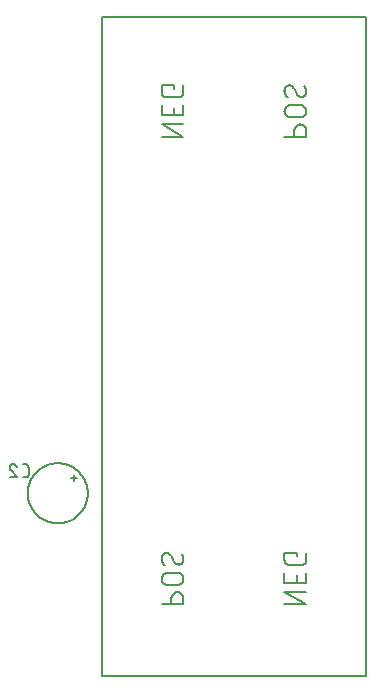
<source format=gbr>
G04 EAGLE Gerber RS-274X export*
G75*
%MOMM*%
%FSLAX34Y34*%
%LPD*%
%INSilkscreen Bottom*%
%IPPOS*%
%AMOC8*
5,1,8,0,0,1.08239X$1,22.5*%
G01*
%ADD10C,0.127000*%
%ADD11C,0.152400*%


D10*
X312000Y56250D02*
X312000Y613750D01*
X88000Y613750D01*
X88000Y56250D01*
X312000Y56250D01*
D11*
X261238Y512762D02*
X242762Y512762D01*
X261238Y512762D02*
X261238Y517894D01*
X261236Y518035D01*
X261230Y518177D01*
X261220Y518318D01*
X261207Y518459D01*
X261189Y518599D01*
X261168Y518739D01*
X261143Y518878D01*
X261114Y519016D01*
X261081Y519154D01*
X261044Y519290D01*
X261004Y519426D01*
X260960Y519560D01*
X260912Y519693D01*
X260861Y519825D01*
X260806Y519956D01*
X260747Y520084D01*
X260685Y520211D01*
X260619Y520337D01*
X260550Y520460D01*
X260478Y520581D01*
X260402Y520701D01*
X260323Y520818D01*
X260241Y520933D01*
X260156Y521046D01*
X260067Y521157D01*
X259976Y521264D01*
X259882Y521370D01*
X259785Y521473D01*
X259685Y521573D01*
X259582Y521670D01*
X259476Y521764D01*
X259369Y521855D01*
X259258Y521944D01*
X259145Y522029D01*
X259030Y522111D01*
X258913Y522190D01*
X258793Y522266D01*
X258672Y522338D01*
X258549Y522407D01*
X258423Y522473D01*
X258296Y522535D01*
X258168Y522594D01*
X258037Y522649D01*
X257905Y522700D01*
X257772Y522748D01*
X257638Y522792D01*
X257502Y522832D01*
X257366Y522869D01*
X257228Y522902D01*
X257090Y522931D01*
X256951Y522956D01*
X256811Y522977D01*
X256671Y522995D01*
X256530Y523008D01*
X256389Y523018D01*
X256247Y523024D01*
X256106Y523026D01*
X255965Y523024D01*
X255823Y523018D01*
X255682Y523008D01*
X255541Y522995D01*
X255401Y522977D01*
X255261Y522956D01*
X255122Y522931D01*
X254984Y522902D01*
X254846Y522869D01*
X254710Y522832D01*
X254574Y522792D01*
X254440Y522748D01*
X254307Y522700D01*
X254175Y522649D01*
X254044Y522594D01*
X253916Y522535D01*
X253789Y522473D01*
X253663Y522407D01*
X253540Y522338D01*
X253419Y522266D01*
X253299Y522190D01*
X253182Y522111D01*
X253067Y522029D01*
X252954Y521944D01*
X252843Y521855D01*
X252736Y521764D01*
X252630Y521670D01*
X252527Y521573D01*
X252427Y521473D01*
X252330Y521370D01*
X252236Y521264D01*
X252145Y521157D01*
X252056Y521046D01*
X251971Y520933D01*
X251889Y520818D01*
X251810Y520701D01*
X251734Y520581D01*
X251662Y520460D01*
X251593Y520337D01*
X251527Y520211D01*
X251465Y520084D01*
X251406Y519956D01*
X251351Y519825D01*
X251300Y519693D01*
X251252Y519560D01*
X251208Y519426D01*
X251168Y519290D01*
X251131Y519154D01*
X251098Y519016D01*
X251069Y518878D01*
X251044Y518739D01*
X251023Y518599D01*
X251005Y518459D01*
X250992Y518318D01*
X250982Y518177D01*
X250976Y518035D01*
X250974Y517894D01*
X250974Y512762D01*
X247894Y529248D02*
X256106Y529248D01*
X256247Y529250D01*
X256389Y529256D01*
X256530Y529266D01*
X256671Y529279D01*
X256811Y529297D01*
X256951Y529318D01*
X257090Y529343D01*
X257228Y529372D01*
X257366Y529405D01*
X257502Y529442D01*
X257638Y529482D01*
X257772Y529526D01*
X257905Y529574D01*
X258037Y529625D01*
X258168Y529680D01*
X258296Y529739D01*
X258423Y529801D01*
X258549Y529867D01*
X258672Y529936D01*
X258793Y530008D01*
X258913Y530084D01*
X259030Y530163D01*
X259145Y530245D01*
X259258Y530330D01*
X259369Y530419D01*
X259476Y530510D01*
X259582Y530604D01*
X259685Y530701D01*
X259785Y530801D01*
X259882Y530904D01*
X259976Y531010D01*
X260067Y531117D01*
X260156Y531228D01*
X260241Y531341D01*
X260323Y531456D01*
X260402Y531573D01*
X260478Y531693D01*
X260550Y531814D01*
X260619Y531937D01*
X260685Y532063D01*
X260747Y532190D01*
X260806Y532318D01*
X260861Y532449D01*
X260912Y532581D01*
X260960Y532714D01*
X261004Y532848D01*
X261044Y532984D01*
X261081Y533120D01*
X261114Y533258D01*
X261143Y533396D01*
X261168Y533535D01*
X261189Y533675D01*
X261207Y533815D01*
X261220Y533956D01*
X261230Y534097D01*
X261236Y534239D01*
X261238Y534380D01*
X261236Y534521D01*
X261230Y534663D01*
X261220Y534804D01*
X261207Y534945D01*
X261189Y535085D01*
X261168Y535225D01*
X261143Y535364D01*
X261114Y535502D01*
X261081Y535640D01*
X261044Y535776D01*
X261004Y535912D01*
X260960Y536046D01*
X260912Y536179D01*
X260861Y536311D01*
X260806Y536442D01*
X260747Y536570D01*
X260685Y536697D01*
X260619Y536823D01*
X260550Y536946D01*
X260478Y537067D01*
X260402Y537187D01*
X260323Y537304D01*
X260241Y537419D01*
X260156Y537532D01*
X260067Y537643D01*
X259976Y537750D01*
X259882Y537856D01*
X259785Y537959D01*
X259685Y538059D01*
X259582Y538156D01*
X259476Y538250D01*
X259369Y538341D01*
X259258Y538430D01*
X259145Y538515D01*
X259030Y538597D01*
X258913Y538676D01*
X258793Y538752D01*
X258672Y538824D01*
X258549Y538893D01*
X258423Y538959D01*
X258296Y539021D01*
X258168Y539080D01*
X258037Y539135D01*
X257905Y539186D01*
X257772Y539234D01*
X257638Y539278D01*
X257502Y539318D01*
X257366Y539355D01*
X257228Y539388D01*
X257090Y539417D01*
X256951Y539442D01*
X256811Y539463D01*
X256671Y539481D01*
X256530Y539494D01*
X256389Y539504D01*
X256247Y539510D01*
X256106Y539512D01*
X247894Y539512D01*
X247753Y539510D01*
X247611Y539504D01*
X247470Y539494D01*
X247329Y539481D01*
X247189Y539463D01*
X247049Y539442D01*
X246910Y539417D01*
X246772Y539388D01*
X246634Y539355D01*
X246498Y539318D01*
X246362Y539278D01*
X246228Y539234D01*
X246095Y539186D01*
X245963Y539135D01*
X245832Y539080D01*
X245704Y539021D01*
X245577Y538959D01*
X245451Y538893D01*
X245328Y538824D01*
X245207Y538752D01*
X245087Y538676D01*
X244970Y538597D01*
X244855Y538515D01*
X244742Y538430D01*
X244631Y538341D01*
X244524Y538250D01*
X244418Y538156D01*
X244315Y538059D01*
X244215Y537959D01*
X244118Y537856D01*
X244024Y537750D01*
X243933Y537643D01*
X243844Y537532D01*
X243759Y537419D01*
X243677Y537304D01*
X243598Y537187D01*
X243522Y537067D01*
X243450Y536946D01*
X243381Y536823D01*
X243315Y536697D01*
X243253Y536570D01*
X243194Y536442D01*
X243139Y536311D01*
X243088Y536179D01*
X243040Y536046D01*
X242996Y535912D01*
X242956Y535776D01*
X242919Y535640D01*
X242886Y535502D01*
X242857Y535364D01*
X242832Y535225D01*
X242811Y535085D01*
X242793Y534945D01*
X242780Y534804D01*
X242770Y534663D01*
X242764Y534521D01*
X242762Y534380D01*
X242764Y534239D01*
X242770Y534097D01*
X242780Y533956D01*
X242793Y533815D01*
X242811Y533675D01*
X242832Y533535D01*
X242857Y533396D01*
X242886Y533258D01*
X242919Y533120D01*
X242956Y532984D01*
X242996Y532848D01*
X243040Y532714D01*
X243088Y532581D01*
X243139Y532449D01*
X243194Y532318D01*
X243253Y532190D01*
X243315Y532063D01*
X243381Y531937D01*
X243450Y531814D01*
X243522Y531693D01*
X243598Y531573D01*
X243677Y531456D01*
X243759Y531341D01*
X243844Y531228D01*
X243933Y531117D01*
X244024Y531010D01*
X244118Y530904D01*
X244215Y530801D01*
X244315Y530701D01*
X244418Y530604D01*
X244524Y530510D01*
X244631Y530419D01*
X244742Y530330D01*
X244855Y530245D01*
X244970Y530163D01*
X245087Y530084D01*
X245207Y530008D01*
X245328Y529936D01*
X245451Y529867D01*
X245577Y529801D01*
X245704Y529739D01*
X245832Y529680D01*
X245963Y529625D01*
X246095Y529574D01*
X246228Y529526D01*
X246362Y529482D01*
X246498Y529442D01*
X246634Y529405D01*
X246772Y529372D01*
X246910Y529343D01*
X247049Y529318D01*
X247189Y529297D01*
X247329Y529279D01*
X247470Y529266D01*
X247611Y529256D01*
X247753Y529250D01*
X247894Y529248D01*
X242762Y552081D02*
X242764Y552207D01*
X242770Y552334D01*
X242780Y552460D01*
X242793Y552586D01*
X242811Y552711D01*
X242832Y552835D01*
X242857Y552959D01*
X242886Y553083D01*
X242919Y553205D01*
X242955Y553326D01*
X242995Y553446D01*
X243039Y553564D01*
X243087Y553681D01*
X243138Y553797D01*
X243192Y553911D01*
X243251Y554024D01*
X243312Y554134D01*
X243377Y554243D01*
X243445Y554349D01*
X243517Y554453D01*
X243591Y554555D01*
X243669Y554655D01*
X243750Y554752D01*
X243834Y554847D01*
X243920Y554939D01*
X244010Y555029D01*
X244102Y555115D01*
X244197Y555199D01*
X244294Y555280D01*
X244394Y555358D01*
X244496Y555432D01*
X244600Y555504D01*
X244706Y555572D01*
X244815Y555637D01*
X244925Y555698D01*
X245038Y555757D01*
X245152Y555811D01*
X245268Y555862D01*
X245385Y555910D01*
X245503Y555954D01*
X245623Y555994D01*
X245744Y556030D01*
X245866Y556063D01*
X245990Y556092D01*
X246114Y556117D01*
X246238Y556138D01*
X246363Y556156D01*
X246489Y556169D01*
X246615Y556179D01*
X246742Y556185D01*
X246868Y556187D01*
X242762Y552081D02*
X242764Y551873D01*
X242772Y551666D01*
X242784Y551459D01*
X242802Y551252D01*
X242824Y551046D01*
X242851Y550840D01*
X242883Y550635D01*
X242920Y550431D01*
X242962Y550228D01*
X243009Y550025D01*
X243061Y549824D01*
X243117Y549625D01*
X243178Y549426D01*
X243244Y549229D01*
X243315Y549034D01*
X243390Y548841D01*
X243470Y548649D01*
X243554Y548460D01*
X243643Y548272D01*
X243736Y548087D01*
X243834Y547904D01*
X243936Y547723D01*
X244043Y547545D01*
X244153Y547369D01*
X244268Y547196D01*
X244387Y547026D01*
X244510Y546859D01*
X244637Y546695D01*
X244768Y546534D01*
X244902Y546376D01*
X245041Y546221D01*
X245183Y546070D01*
X245328Y545922D01*
X257132Y546436D02*
X257258Y546438D01*
X257385Y546444D01*
X257511Y546454D01*
X257637Y546467D01*
X257762Y546485D01*
X257886Y546506D01*
X258010Y546531D01*
X258134Y546560D01*
X258256Y546593D01*
X258377Y546629D01*
X258497Y546669D01*
X258615Y546713D01*
X258732Y546761D01*
X258848Y546812D01*
X258962Y546866D01*
X259075Y546925D01*
X259185Y546986D01*
X259294Y547051D01*
X259400Y547119D01*
X259504Y547191D01*
X259606Y547265D01*
X259706Y547343D01*
X259803Y547424D01*
X259898Y547508D01*
X259990Y547594D01*
X260080Y547684D01*
X260166Y547776D01*
X260250Y547871D01*
X260331Y547968D01*
X260409Y548068D01*
X260483Y548170D01*
X260555Y548274D01*
X260623Y548380D01*
X260688Y548489D01*
X260749Y548599D01*
X260808Y548712D01*
X260862Y548826D01*
X260913Y548942D01*
X260961Y549059D01*
X261005Y549177D01*
X261045Y549297D01*
X261081Y549418D01*
X261114Y549541D01*
X261143Y549664D01*
X261168Y549788D01*
X261189Y549912D01*
X261207Y550037D01*
X261220Y550163D01*
X261230Y550289D01*
X261236Y550416D01*
X261238Y550542D01*
X261238Y550541D02*
X261236Y550725D01*
X261229Y550908D01*
X261218Y551091D01*
X261203Y551274D01*
X261183Y551456D01*
X261159Y551638D01*
X261131Y551819D01*
X261098Y552000D01*
X261062Y552180D01*
X261020Y552358D01*
X260975Y552536D01*
X260925Y552713D01*
X260871Y552888D01*
X260813Y553062D01*
X260751Y553235D01*
X260685Y553406D01*
X260615Y553575D01*
X260540Y553743D01*
X260462Y553909D01*
X260380Y554073D01*
X260294Y554235D01*
X260204Y554395D01*
X260110Y554553D01*
X260013Y554708D01*
X259911Y554861D01*
X259807Y555012D01*
X259698Y555160D01*
X253539Y548489D02*
X253606Y548380D01*
X253675Y548274D01*
X253748Y548169D01*
X253824Y548067D01*
X253903Y547967D01*
X253985Y547870D01*
X254070Y547775D01*
X254158Y547683D01*
X254249Y547593D01*
X254342Y547507D01*
X254438Y547423D01*
X254537Y547342D01*
X254637Y547264D01*
X254741Y547190D01*
X254846Y547118D01*
X254954Y547050D01*
X255063Y546985D01*
X255175Y546924D01*
X255288Y546866D01*
X255403Y546811D01*
X255520Y546760D01*
X255638Y546713D01*
X255757Y546669D01*
X255878Y546629D01*
X256000Y546593D01*
X256123Y546560D01*
X256247Y546531D01*
X256372Y546506D01*
X256498Y546485D01*
X256624Y546467D01*
X256751Y546453D01*
X256877Y546444D01*
X257005Y546438D01*
X257132Y546436D01*
X250461Y554134D02*
X250394Y554243D01*
X250325Y554349D01*
X250252Y554454D01*
X250176Y554556D01*
X250097Y554656D01*
X250015Y554753D01*
X249930Y554848D01*
X249842Y554940D01*
X249751Y555030D01*
X249658Y555116D01*
X249562Y555200D01*
X249464Y555281D01*
X249363Y555358D01*
X249259Y555433D01*
X249154Y555505D01*
X249046Y555573D01*
X248937Y555638D01*
X248825Y555699D01*
X248712Y555757D01*
X248597Y555812D01*
X248480Y555863D01*
X248362Y555910D01*
X248243Y555954D01*
X248122Y555994D01*
X248000Y556030D01*
X247877Y556063D01*
X247753Y556092D01*
X247628Y556117D01*
X247502Y556138D01*
X247376Y556156D01*
X247249Y556170D01*
X247123Y556179D01*
X246995Y556185D01*
X246868Y556187D01*
X250460Y554134D02*
X253540Y548489D01*
X157238Y116762D02*
X138762Y116762D01*
X157238Y116762D02*
X157238Y121894D01*
X157236Y122035D01*
X157230Y122177D01*
X157220Y122318D01*
X157207Y122459D01*
X157189Y122599D01*
X157168Y122739D01*
X157143Y122878D01*
X157114Y123016D01*
X157081Y123154D01*
X157044Y123290D01*
X157004Y123426D01*
X156960Y123560D01*
X156912Y123693D01*
X156861Y123825D01*
X156806Y123956D01*
X156747Y124084D01*
X156685Y124211D01*
X156619Y124337D01*
X156550Y124460D01*
X156478Y124581D01*
X156402Y124701D01*
X156323Y124818D01*
X156241Y124933D01*
X156156Y125046D01*
X156067Y125157D01*
X155976Y125264D01*
X155882Y125370D01*
X155785Y125473D01*
X155685Y125573D01*
X155582Y125670D01*
X155476Y125764D01*
X155369Y125855D01*
X155258Y125944D01*
X155145Y126029D01*
X155030Y126111D01*
X154913Y126190D01*
X154793Y126266D01*
X154672Y126338D01*
X154549Y126407D01*
X154423Y126473D01*
X154296Y126535D01*
X154168Y126594D01*
X154037Y126649D01*
X153905Y126700D01*
X153772Y126748D01*
X153638Y126792D01*
X153502Y126832D01*
X153366Y126869D01*
X153228Y126902D01*
X153090Y126931D01*
X152951Y126956D01*
X152811Y126977D01*
X152671Y126995D01*
X152530Y127008D01*
X152389Y127018D01*
X152247Y127024D01*
X152106Y127026D01*
X151965Y127024D01*
X151823Y127018D01*
X151682Y127008D01*
X151541Y126995D01*
X151401Y126977D01*
X151261Y126956D01*
X151122Y126931D01*
X150984Y126902D01*
X150846Y126869D01*
X150710Y126832D01*
X150574Y126792D01*
X150440Y126748D01*
X150307Y126700D01*
X150175Y126649D01*
X150044Y126594D01*
X149916Y126535D01*
X149789Y126473D01*
X149663Y126407D01*
X149540Y126338D01*
X149419Y126266D01*
X149299Y126190D01*
X149182Y126111D01*
X149067Y126029D01*
X148954Y125944D01*
X148843Y125855D01*
X148736Y125764D01*
X148630Y125670D01*
X148527Y125573D01*
X148427Y125473D01*
X148330Y125370D01*
X148236Y125264D01*
X148145Y125157D01*
X148056Y125046D01*
X147971Y124933D01*
X147889Y124818D01*
X147810Y124701D01*
X147734Y124581D01*
X147662Y124460D01*
X147593Y124337D01*
X147527Y124211D01*
X147465Y124084D01*
X147406Y123956D01*
X147351Y123825D01*
X147300Y123693D01*
X147252Y123560D01*
X147208Y123426D01*
X147168Y123290D01*
X147131Y123154D01*
X147098Y123016D01*
X147069Y122878D01*
X147044Y122739D01*
X147023Y122599D01*
X147005Y122459D01*
X146992Y122318D01*
X146982Y122177D01*
X146976Y122035D01*
X146974Y121894D01*
X146974Y116762D01*
X143894Y133248D02*
X152106Y133248D01*
X152247Y133250D01*
X152389Y133256D01*
X152530Y133266D01*
X152671Y133279D01*
X152811Y133297D01*
X152951Y133318D01*
X153090Y133343D01*
X153228Y133372D01*
X153366Y133405D01*
X153502Y133442D01*
X153638Y133482D01*
X153772Y133526D01*
X153905Y133574D01*
X154037Y133625D01*
X154168Y133680D01*
X154296Y133739D01*
X154423Y133801D01*
X154549Y133867D01*
X154672Y133936D01*
X154793Y134008D01*
X154913Y134084D01*
X155030Y134163D01*
X155145Y134245D01*
X155258Y134330D01*
X155369Y134419D01*
X155476Y134510D01*
X155582Y134604D01*
X155685Y134701D01*
X155785Y134801D01*
X155882Y134904D01*
X155976Y135010D01*
X156067Y135117D01*
X156156Y135228D01*
X156241Y135341D01*
X156323Y135456D01*
X156402Y135573D01*
X156478Y135693D01*
X156550Y135814D01*
X156619Y135937D01*
X156685Y136063D01*
X156747Y136190D01*
X156806Y136318D01*
X156861Y136449D01*
X156912Y136581D01*
X156960Y136714D01*
X157004Y136848D01*
X157044Y136984D01*
X157081Y137120D01*
X157114Y137258D01*
X157143Y137396D01*
X157168Y137535D01*
X157189Y137675D01*
X157207Y137815D01*
X157220Y137956D01*
X157230Y138097D01*
X157236Y138239D01*
X157238Y138380D01*
X157236Y138521D01*
X157230Y138663D01*
X157220Y138804D01*
X157207Y138945D01*
X157189Y139085D01*
X157168Y139225D01*
X157143Y139364D01*
X157114Y139502D01*
X157081Y139640D01*
X157044Y139776D01*
X157004Y139912D01*
X156960Y140046D01*
X156912Y140179D01*
X156861Y140311D01*
X156806Y140442D01*
X156747Y140570D01*
X156685Y140697D01*
X156619Y140823D01*
X156550Y140946D01*
X156478Y141067D01*
X156402Y141187D01*
X156323Y141304D01*
X156241Y141419D01*
X156156Y141532D01*
X156067Y141643D01*
X155976Y141750D01*
X155882Y141856D01*
X155785Y141959D01*
X155685Y142059D01*
X155582Y142156D01*
X155476Y142250D01*
X155369Y142341D01*
X155258Y142430D01*
X155145Y142515D01*
X155030Y142597D01*
X154913Y142676D01*
X154793Y142752D01*
X154672Y142824D01*
X154549Y142893D01*
X154423Y142959D01*
X154296Y143021D01*
X154168Y143080D01*
X154037Y143135D01*
X153905Y143186D01*
X153772Y143234D01*
X153638Y143278D01*
X153502Y143318D01*
X153366Y143355D01*
X153228Y143388D01*
X153090Y143417D01*
X152951Y143442D01*
X152811Y143463D01*
X152671Y143481D01*
X152530Y143494D01*
X152389Y143504D01*
X152247Y143510D01*
X152106Y143512D01*
X143894Y143512D01*
X143753Y143510D01*
X143611Y143504D01*
X143470Y143494D01*
X143329Y143481D01*
X143189Y143463D01*
X143049Y143442D01*
X142910Y143417D01*
X142772Y143388D01*
X142634Y143355D01*
X142498Y143318D01*
X142362Y143278D01*
X142228Y143234D01*
X142095Y143186D01*
X141963Y143135D01*
X141832Y143080D01*
X141704Y143021D01*
X141577Y142959D01*
X141451Y142893D01*
X141328Y142824D01*
X141207Y142752D01*
X141087Y142676D01*
X140970Y142597D01*
X140855Y142515D01*
X140742Y142430D01*
X140631Y142341D01*
X140524Y142250D01*
X140418Y142156D01*
X140315Y142059D01*
X140215Y141959D01*
X140118Y141856D01*
X140024Y141750D01*
X139933Y141643D01*
X139844Y141532D01*
X139759Y141419D01*
X139677Y141304D01*
X139598Y141187D01*
X139522Y141067D01*
X139450Y140946D01*
X139381Y140823D01*
X139315Y140697D01*
X139253Y140570D01*
X139194Y140442D01*
X139139Y140311D01*
X139088Y140179D01*
X139040Y140046D01*
X138996Y139912D01*
X138956Y139776D01*
X138919Y139640D01*
X138886Y139502D01*
X138857Y139364D01*
X138832Y139225D01*
X138811Y139085D01*
X138793Y138945D01*
X138780Y138804D01*
X138770Y138663D01*
X138764Y138521D01*
X138762Y138380D01*
X138764Y138239D01*
X138770Y138097D01*
X138780Y137956D01*
X138793Y137815D01*
X138811Y137675D01*
X138832Y137535D01*
X138857Y137396D01*
X138886Y137258D01*
X138919Y137120D01*
X138956Y136984D01*
X138996Y136848D01*
X139040Y136714D01*
X139088Y136581D01*
X139139Y136449D01*
X139194Y136318D01*
X139253Y136190D01*
X139315Y136063D01*
X139381Y135937D01*
X139450Y135814D01*
X139522Y135693D01*
X139598Y135573D01*
X139677Y135456D01*
X139759Y135341D01*
X139844Y135228D01*
X139933Y135117D01*
X140024Y135010D01*
X140118Y134904D01*
X140215Y134801D01*
X140315Y134701D01*
X140418Y134604D01*
X140524Y134510D01*
X140631Y134419D01*
X140742Y134330D01*
X140855Y134245D01*
X140970Y134163D01*
X141087Y134084D01*
X141207Y134008D01*
X141328Y133936D01*
X141451Y133867D01*
X141577Y133801D01*
X141704Y133739D01*
X141832Y133680D01*
X141963Y133625D01*
X142095Y133574D01*
X142228Y133526D01*
X142362Y133482D01*
X142498Y133442D01*
X142634Y133405D01*
X142772Y133372D01*
X142910Y133343D01*
X143049Y133318D01*
X143189Y133297D01*
X143329Y133279D01*
X143470Y133266D01*
X143611Y133256D01*
X143753Y133250D01*
X143894Y133248D01*
X138762Y156081D02*
X138764Y156207D01*
X138770Y156334D01*
X138780Y156460D01*
X138793Y156586D01*
X138811Y156711D01*
X138832Y156835D01*
X138857Y156959D01*
X138886Y157083D01*
X138919Y157205D01*
X138955Y157326D01*
X138995Y157446D01*
X139039Y157564D01*
X139087Y157681D01*
X139138Y157797D01*
X139192Y157911D01*
X139251Y158024D01*
X139312Y158134D01*
X139377Y158243D01*
X139445Y158349D01*
X139517Y158453D01*
X139591Y158555D01*
X139669Y158655D01*
X139750Y158752D01*
X139834Y158847D01*
X139920Y158939D01*
X140010Y159029D01*
X140102Y159115D01*
X140197Y159199D01*
X140294Y159280D01*
X140394Y159358D01*
X140496Y159432D01*
X140600Y159504D01*
X140706Y159572D01*
X140815Y159637D01*
X140925Y159698D01*
X141038Y159757D01*
X141152Y159811D01*
X141268Y159862D01*
X141385Y159910D01*
X141503Y159954D01*
X141623Y159994D01*
X141744Y160030D01*
X141866Y160063D01*
X141990Y160092D01*
X142114Y160117D01*
X142238Y160138D01*
X142363Y160156D01*
X142489Y160169D01*
X142615Y160179D01*
X142742Y160185D01*
X142868Y160187D01*
X138762Y156081D02*
X138764Y155873D01*
X138772Y155666D01*
X138784Y155459D01*
X138802Y155252D01*
X138824Y155046D01*
X138851Y154840D01*
X138883Y154635D01*
X138920Y154431D01*
X138962Y154228D01*
X139009Y154025D01*
X139061Y153824D01*
X139117Y153625D01*
X139178Y153426D01*
X139244Y153229D01*
X139315Y153034D01*
X139390Y152841D01*
X139470Y152649D01*
X139554Y152460D01*
X139643Y152272D01*
X139736Y152087D01*
X139834Y151904D01*
X139936Y151723D01*
X140043Y151545D01*
X140153Y151369D01*
X140268Y151196D01*
X140387Y151026D01*
X140510Y150859D01*
X140637Y150695D01*
X140768Y150534D01*
X140902Y150376D01*
X141041Y150221D01*
X141183Y150070D01*
X141328Y149922D01*
X153132Y150436D02*
X153258Y150438D01*
X153385Y150444D01*
X153511Y150454D01*
X153637Y150467D01*
X153762Y150485D01*
X153886Y150506D01*
X154010Y150531D01*
X154134Y150560D01*
X154256Y150593D01*
X154377Y150629D01*
X154497Y150669D01*
X154615Y150713D01*
X154732Y150761D01*
X154848Y150812D01*
X154962Y150866D01*
X155075Y150925D01*
X155185Y150986D01*
X155294Y151051D01*
X155400Y151119D01*
X155504Y151191D01*
X155606Y151265D01*
X155706Y151343D01*
X155803Y151424D01*
X155898Y151508D01*
X155990Y151594D01*
X156080Y151684D01*
X156166Y151776D01*
X156250Y151871D01*
X156331Y151968D01*
X156409Y152068D01*
X156483Y152170D01*
X156555Y152274D01*
X156623Y152380D01*
X156688Y152489D01*
X156749Y152599D01*
X156808Y152712D01*
X156862Y152826D01*
X156913Y152942D01*
X156961Y153059D01*
X157005Y153177D01*
X157045Y153297D01*
X157081Y153418D01*
X157114Y153541D01*
X157143Y153664D01*
X157168Y153788D01*
X157189Y153912D01*
X157207Y154037D01*
X157220Y154163D01*
X157230Y154289D01*
X157236Y154416D01*
X157238Y154542D01*
X157238Y154541D02*
X157236Y154725D01*
X157229Y154908D01*
X157218Y155091D01*
X157203Y155274D01*
X157183Y155456D01*
X157159Y155638D01*
X157131Y155819D01*
X157098Y156000D01*
X157062Y156180D01*
X157020Y156358D01*
X156975Y156536D01*
X156925Y156713D01*
X156871Y156888D01*
X156813Y157062D01*
X156751Y157235D01*
X156685Y157406D01*
X156615Y157575D01*
X156540Y157743D01*
X156462Y157909D01*
X156380Y158073D01*
X156294Y158235D01*
X156204Y158395D01*
X156110Y158553D01*
X156013Y158708D01*
X155911Y158861D01*
X155807Y159012D01*
X155698Y159160D01*
X149539Y152489D02*
X149606Y152380D01*
X149675Y152274D01*
X149748Y152169D01*
X149824Y152067D01*
X149903Y151967D01*
X149985Y151870D01*
X150070Y151775D01*
X150158Y151683D01*
X150249Y151593D01*
X150342Y151507D01*
X150438Y151423D01*
X150537Y151342D01*
X150637Y151264D01*
X150741Y151190D01*
X150846Y151118D01*
X150954Y151050D01*
X151063Y150985D01*
X151175Y150924D01*
X151288Y150866D01*
X151403Y150811D01*
X151520Y150760D01*
X151638Y150713D01*
X151757Y150669D01*
X151878Y150629D01*
X152000Y150593D01*
X152123Y150560D01*
X152247Y150531D01*
X152372Y150506D01*
X152498Y150485D01*
X152624Y150467D01*
X152751Y150453D01*
X152877Y150444D01*
X153005Y150438D01*
X153132Y150436D01*
X146461Y158134D02*
X146394Y158243D01*
X146325Y158349D01*
X146252Y158454D01*
X146176Y158556D01*
X146097Y158656D01*
X146015Y158753D01*
X145930Y158848D01*
X145842Y158940D01*
X145751Y159030D01*
X145658Y159116D01*
X145562Y159200D01*
X145464Y159281D01*
X145363Y159358D01*
X145259Y159433D01*
X145154Y159505D01*
X145046Y159573D01*
X144937Y159638D01*
X144825Y159699D01*
X144712Y159757D01*
X144597Y159812D01*
X144480Y159863D01*
X144362Y159910D01*
X144243Y159954D01*
X144122Y159994D01*
X144000Y160030D01*
X143877Y160063D01*
X143753Y160092D01*
X143628Y160117D01*
X143502Y160138D01*
X143376Y160156D01*
X143249Y160170D01*
X143123Y160179D01*
X142995Y160185D01*
X142868Y160187D01*
X146460Y158134D02*
X149540Y152489D01*
X242762Y116762D02*
X261238Y116762D01*
X242762Y127026D01*
X261238Y127026D01*
X242762Y135190D02*
X242762Y143402D01*
X242762Y135190D02*
X261238Y135190D01*
X261238Y143402D01*
X253026Y141349D02*
X253026Y135190D01*
X253026Y157297D02*
X253026Y160376D01*
X242762Y160376D01*
X242762Y154218D01*
X242764Y154092D01*
X242770Y153965D01*
X242780Y153839D01*
X242793Y153713D01*
X242811Y153588D01*
X242832Y153464D01*
X242857Y153340D01*
X242886Y153216D01*
X242919Y153094D01*
X242955Y152973D01*
X242995Y152853D01*
X243039Y152735D01*
X243087Y152618D01*
X243138Y152502D01*
X243192Y152388D01*
X243251Y152275D01*
X243312Y152165D01*
X243377Y152056D01*
X243445Y151950D01*
X243517Y151846D01*
X243591Y151744D01*
X243669Y151644D01*
X243750Y151547D01*
X243834Y151452D01*
X243920Y151360D01*
X244010Y151270D01*
X244102Y151184D01*
X244197Y151100D01*
X244294Y151019D01*
X244394Y150941D01*
X244496Y150867D01*
X244600Y150795D01*
X244706Y150727D01*
X244815Y150662D01*
X244925Y150601D01*
X245038Y150542D01*
X245152Y150488D01*
X245268Y150437D01*
X245385Y150389D01*
X245503Y150345D01*
X245623Y150305D01*
X245744Y150269D01*
X245866Y150236D01*
X245990Y150207D01*
X246114Y150182D01*
X246238Y150161D01*
X246363Y150143D01*
X246489Y150130D01*
X246615Y150120D01*
X246742Y150114D01*
X246868Y150112D01*
X257132Y150112D01*
X257258Y150114D01*
X257385Y150120D01*
X257511Y150130D01*
X257637Y150143D01*
X257762Y150161D01*
X257886Y150182D01*
X258010Y150207D01*
X258134Y150236D01*
X258256Y150269D01*
X258377Y150305D01*
X258497Y150345D01*
X258615Y150389D01*
X258732Y150437D01*
X258848Y150488D01*
X258962Y150542D01*
X259075Y150601D01*
X259185Y150662D01*
X259294Y150727D01*
X259400Y150795D01*
X259504Y150867D01*
X259606Y150941D01*
X259706Y151019D01*
X259803Y151100D01*
X259898Y151184D01*
X259990Y151270D01*
X260080Y151360D01*
X260166Y151452D01*
X260250Y151547D01*
X260331Y151644D01*
X260409Y151744D01*
X260483Y151846D01*
X260555Y151950D01*
X260623Y152056D01*
X260688Y152165D01*
X260749Y152275D01*
X260808Y152388D01*
X260862Y152502D01*
X260913Y152618D01*
X260961Y152735D01*
X261005Y152853D01*
X261045Y152973D01*
X261081Y153094D01*
X261114Y153216D01*
X261143Y153340D01*
X261168Y153463D01*
X261189Y153588D01*
X261207Y153713D01*
X261220Y153839D01*
X261230Y153965D01*
X261236Y154092D01*
X261238Y154218D01*
X261238Y160376D01*
X157238Y512762D02*
X138762Y512762D01*
X138762Y523026D02*
X157238Y512762D01*
X157238Y523026D02*
X138762Y523026D01*
X138762Y531190D02*
X138762Y539402D01*
X138762Y531190D02*
X157238Y531190D01*
X157238Y539402D01*
X149026Y537349D02*
X149026Y531190D01*
X149026Y553297D02*
X149026Y556376D01*
X138762Y556376D01*
X138762Y550218D01*
X138764Y550092D01*
X138770Y549965D01*
X138780Y549839D01*
X138793Y549713D01*
X138811Y549588D01*
X138832Y549464D01*
X138857Y549340D01*
X138886Y549216D01*
X138919Y549094D01*
X138955Y548973D01*
X138995Y548853D01*
X139039Y548735D01*
X139087Y548618D01*
X139138Y548502D01*
X139192Y548388D01*
X139251Y548275D01*
X139312Y548165D01*
X139377Y548056D01*
X139445Y547950D01*
X139517Y547846D01*
X139591Y547744D01*
X139669Y547644D01*
X139750Y547547D01*
X139834Y547452D01*
X139920Y547360D01*
X140010Y547270D01*
X140102Y547184D01*
X140197Y547100D01*
X140294Y547019D01*
X140394Y546941D01*
X140496Y546867D01*
X140600Y546795D01*
X140706Y546727D01*
X140815Y546662D01*
X140925Y546601D01*
X141038Y546542D01*
X141152Y546488D01*
X141268Y546437D01*
X141385Y546389D01*
X141503Y546345D01*
X141623Y546305D01*
X141744Y546269D01*
X141866Y546236D01*
X141990Y546207D01*
X142114Y546182D01*
X142238Y546161D01*
X142363Y546143D01*
X142489Y546130D01*
X142615Y546120D01*
X142742Y546114D01*
X142868Y546112D01*
X153132Y546112D01*
X153258Y546114D01*
X153385Y546120D01*
X153511Y546130D01*
X153637Y546143D01*
X153762Y546161D01*
X153886Y546182D01*
X154010Y546207D01*
X154134Y546236D01*
X154256Y546269D01*
X154377Y546305D01*
X154497Y546345D01*
X154615Y546389D01*
X154732Y546437D01*
X154848Y546488D01*
X154962Y546542D01*
X155075Y546601D01*
X155185Y546662D01*
X155294Y546727D01*
X155400Y546795D01*
X155504Y546867D01*
X155606Y546941D01*
X155706Y547019D01*
X155803Y547100D01*
X155898Y547184D01*
X155990Y547270D01*
X156080Y547360D01*
X156166Y547452D01*
X156250Y547547D01*
X156331Y547644D01*
X156409Y547744D01*
X156483Y547846D01*
X156555Y547950D01*
X156623Y548056D01*
X156688Y548165D01*
X156749Y548275D01*
X156808Y548388D01*
X156862Y548502D01*
X156913Y548618D01*
X156961Y548735D01*
X157005Y548853D01*
X157045Y548973D01*
X157081Y549094D01*
X157114Y549216D01*
X157143Y549340D01*
X157168Y549463D01*
X157189Y549588D01*
X157207Y549713D01*
X157220Y549839D01*
X157230Y549965D01*
X157236Y550092D01*
X157238Y550218D01*
X157238Y556376D01*
X67310Y223520D02*
X64770Y223520D01*
X64770Y220980D01*
X64770Y223520D02*
X62230Y223520D01*
X64770Y223520D02*
X64770Y226060D01*
X25400Y210820D02*
X25408Y211443D01*
X25431Y212066D01*
X25469Y212689D01*
X25522Y213310D01*
X25591Y213929D01*
X25675Y214547D01*
X25774Y215162D01*
X25888Y215775D01*
X26017Y216385D01*
X26161Y216992D01*
X26320Y217595D01*
X26494Y218193D01*
X26682Y218788D01*
X26885Y219377D01*
X27102Y219961D01*
X27333Y220540D01*
X27579Y221113D01*
X27839Y221680D01*
X28112Y222240D01*
X28399Y222793D01*
X28700Y223340D01*
X29014Y223878D01*
X29341Y224409D01*
X29681Y224931D01*
X30033Y225446D01*
X30399Y225951D01*
X30776Y226447D01*
X31166Y226934D01*
X31567Y227411D01*
X31980Y227878D01*
X32404Y228334D01*
X32839Y228781D01*
X33286Y229216D01*
X33742Y229640D01*
X34209Y230053D01*
X34686Y230454D01*
X35173Y230844D01*
X35669Y231221D01*
X36174Y231587D01*
X36689Y231939D01*
X37211Y232279D01*
X37742Y232606D01*
X38280Y232920D01*
X38827Y233221D01*
X39380Y233508D01*
X39940Y233781D01*
X40507Y234041D01*
X41080Y234287D01*
X41659Y234518D01*
X42243Y234735D01*
X42832Y234938D01*
X43427Y235126D01*
X44025Y235300D01*
X44628Y235459D01*
X45235Y235603D01*
X45845Y235732D01*
X46458Y235846D01*
X47073Y235945D01*
X47691Y236029D01*
X48310Y236098D01*
X48931Y236151D01*
X49554Y236189D01*
X50177Y236212D01*
X50800Y236220D01*
X51423Y236212D01*
X52046Y236189D01*
X52669Y236151D01*
X53290Y236098D01*
X53909Y236029D01*
X54527Y235945D01*
X55142Y235846D01*
X55755Y235732D01*
X56365Y235603D01*
X56972Y235459D01*
X57575Y235300D01*
X58173Y235126D01*
X58768Y234938D01*
X59357Y234735D01*
X59941Y234518D01*
X60520Y234287D01*
X61093Y234041D01*
X61660Y233781D01*
X62220Y233508D01*
X62773Y233221D01*
X63320Y232920D01*
X63858Y232606D01*
X64389Y232279D01*
X64911Y231939D01*
X65426Y231587D01*
X65931Y231221D01*
X66427Y230844D01*
X66914Y230454D01*
X67391Y230053D01*
X67858Y229640D01*
X68314Y229216D01*
X68761Y228781D01*
X69196Y228334D01*
X69620Y227878D01*
X70033Y227411D01*
X70434Y226934D01*
X70824Y226447D01*
X71201Y225951D01*
X71567Y225446D01*
X71919Y224931D01*
X72259Y224409D01*
X72586Y223878D01*
X72900Y223340D01*
X73201Y222793D01*
X73488Y222240D01*
X73761Y221680D01*
X74021Y221113D01*
X74267Y220540D01*
X74498Y219961D01*
X74715Y219377D01*
X74918Y218788D01*
X75106Y218193D01*
X75280Y217595D01*
X75439Y216992D01*
X75583Y216385D01*
X75712Y215775D01*
X75826Y215162D01*
X75925Y214547D01*
X76009Y213929D01*
X76078Y213310D01*
X76131Y212689D01*
X76169Y212066D01*
X76192Y211443D01*
X76200Y210820D01*
X76192Y210197D01*
X76169Y209574D01*
X76131Y208951D01*
X76078Y208330D01*
X76009Y207711D01*
X75925Y207093D01*
X75826Y206478D01*
X75712Y205865D01*
X75583Y205255D01*
X75439Y204648D01*
X75280Y204045D01*
X75106Y203447D01*
X74918Y202852D01*
X74715Y202263D01*
X74498Y201679D01*
X74267Y201100D01*
X74021Y200527D01*
X73761Y199960D01*
X73488Y199400D01*
X73201Y198847D01*
X72900Y198300D01*
X72586Y197762D01*
X72259Y197231D01*
X71919Y196709D01*
X71567Y196194D01*
X71201Y195689D01*
X70824Y195193D01*
X70434Y194706D01*
X70033Y194229D01*
X69620Y193762D01*
X69196Y193306D01*
X68761Y192859D01*
X68314Y192424D01*
X67858Y192000D01*
X67391Y191587D01*
X66914Y191186D01*
X66427Y190796D01*
X65931Y190419D01*
X65426Y190053D01*
X64911Y189701D01*
X64389Y189361D01*
X63858Y189034D01*
X63320Y188720D01*
X62773Y188419D01*
X62220Y188132D01*
X61660Y187859D01*
X61093Y187599D01*
X60520Y187353D01*
X59941Y187122D01*
X59357Y186905D01*
X58768Y186702D01*
X58173Y186514D01*
X57575Y186340D01*
X56972Y186181D01*
X56365Y186037D01*
X55755Y185908D01*
X55142Y185794D01*
X54527Y185695D01*
X53909Y185611D01*
X53290Y185542D01*
X52669Y185489D01*
X52046Y185451D01*
X51423Y185428D01*
X50800Y185420D01*
X50177Y185428D01*
X49554Y185451D01*
X48931Y185489D01*
X48310Y185542D01*
X47691Y185611D01*
X47073Y185695D01*
X46458Y185794D01*
X45845Y185908D01*
X45235Y186037D01*
X44628Y186181D01*
X44025Y186340D01*
X43427Y186514D01*
X42832Y186702D01*
X42243Y186905D01*
X41659Y187122D01*
X41080Y187353D01*
X40507Y187599D01*
X39940Y187859D01*
X39380Y188132D01*
X38827Y188419D01*
X38280Y188720D01*
X37742Y189034D01*
X37211Y189361D01*
X36689Y189701D01*
X36174Y190053D01*
X35669Y190419D01*
X35173Y190796D01*
X34686Y191186D01*
X34209Y191587D01*
X33742Y192000D01*
X33286Y192424D01*
X32839Y192859D01*
X32404Y193306D01*
X31980Y193762D01*
X31567Y194229D01*
X31166Y194706D01*
X30776Y195193D01*
X30399Y195689D01*
X30033Y196194D01*
X29681Y196709D01*
X29341Y197231D01*
X29014Y197762D01*
X28700Y198300D01*
X28399Y198847D01*
X28112Y199400D01*
X27839Y199960D01*
X27579Y200527D01*
X27333Y201100D01*
X27102Y201679D01*
X26885Y202263D01*
X26682Y202852D01*
X26494Y203447D01*
X26320Y204045D01*
X26161Y204648D01*
X26017Y205255D01*
X25888Y205865D01*
X25774Y206478D01*
X25675Y207093D01*
X25591Y207711D01*
X25522Y208330D01*
X25469Y208951D01*
X25431Y209574D01*
X25408Y210197D01*
X25400Y210820D01*
D10*
X23495Y224155D02*
X20955Y224155D01*
X23495Y224155D02*
X23595Y224157D01*
X23694Y224163D01*
X23794Y224173D01*
X23892Y224186D01*
X23991Y224204D01*
X24088Y224225D01*
X24184Y224250D01*
X24280Y224279D01*
X24374Y224312D01*
X24467Y224348D01*
X24558Y224388D01*
X24648Y224432D01*
X24736Y224479D01*
X24822Y224529D01*
X24906Y224583D01*
X24988Y224640D01*
X25067Y224700D01*
X25145Y224764D01*
X25219Y224830D01*
X25291Y224899D01*
X25360Y224971D01*
X25426Y225045D01*
X25490Y225123D01*
X25550Y225202D01*
X25607Y225284D01*
X25661Y225368D01*
X25711Y225454D01*
X25758Y225542D01*
X25802Y225632D01*
X25842Y225723D01*
X25878Y225816D01*
X25911Y225910D01*
X25940Y226006D01*
X25965Y226102D01*
X25986Y226199D01*
X26004Y226298D01*
X26017Y226396D01*
X26027Y226496D01*
X26033Y226595D01*
X26035Y226695D01*
X26035Y233045D01*
X26033Y233145D01*
X26027Y233244D01*
X26017Y233344D01*
X26004Y233442D01*
X25986Y233541D01*
X25965Y233638D01*
X25940Y233734D01*
X25911Y233830D01*
X25878Y233924D01*
X25842Y234017D01*
X25802Y234108D01*
X25758Y234198D01*
X25711Y234286D01*
X25661Y234372D01*
X25607Y234456D01*
X25550Y234538D01*
X25490Y234617D01*
X25426Y234695D01*
X25360Y234769D01*
X25291Y234841D01*
X25219Y234910D01*
X25145Y234976D01*
X25067Y235040D01*
X24988Y235100D01*
X24906Y235157D01*
X24822Y235211D01*
X24736Y235261D01*
X24648Y235308D01*
X24558Y235352D01*
X24467Y235392D01*
X24374Y235428D01*
X24280Y235461D01*
X24184Y235490D01*
X24088Y235515D01*
X23991Y235536D01*
X23892Y235554D01*
X23794Y235567D01*
X23694Y235577D01*
X23595Y235583D01*
X23495Y235585D01*
X20955Y235585D01*
X12980Y235586D02*
X12876Y235584D01*
X12771Y235578D01*
X12667Y235569D01*
X12564Y235556D01*
X12461Y235538D01*
X12359Y235518D01*
X12257Y235493D01*
X12157Y235465D01*
X12057Y235433D01*
X11959Y235397D01*
X11862Y235358D01*
X11767Y235316D01*
X11673Y235270D01*
X11581Y235220D01*
X11491Y235168D01*
X11403Y235112D01*
X11317Y235052D01*
X11233Y234990D01*
X11152Y234925D01*
X11073Y234857D01*
X10996Y234785D01*
X10923Y234712D01*
X10851Y234635D01*
X10783Y234556D01*
X10718Y234475D01*
X10656Y234391D01*
X10596Y234305D01*
X10540Y234217D01*
X10488Y234127D01*
X10438Y234035D01*
X10392Y233941D01*
X10350Y233846D01*
X10311Y233749D01*
X10275Y233651D01*
X10243Y233551D01*
X10215Y233451D01*
X10190Y233349D01*
X10170Y233247D01*
X10152Y233144D01*
X10139Y233041D01*
X10130Y232937D01*
X10124Y232832D01*
X10122Y232728D01*
X12980Y235585D02*
X13098Y235583D01*
X13217Y235577D01*
X13335Y235568D01*
X13452Y235555D01*
X13569Y235537D01*
X13686Y235517D01*
X13802Y235492D01*
X13917Y235464D01*
X14030Y235431D01*
X14143Y235396D01*
X14255Y235356D01*
X14365Y235314D01*
X14474Y235267D01*
X14582Y235217D01*
X14687Y235164D01*
X14791Y235107D01*
X14893Y235047D01*
X14993Y234984D01*
X15091Y234917D01*
X15187Y234848D01*
X15280Y234775D01*
X15371Y234699D01*
X15460Y234621D01*
X15546Y234539D01*
X15629Y234455D01*
X15710Y234369D01*
X15787Y234279D01*
X15862Y234188D01*
X15934Y234094D01*
X16003Y233997D01*
X16068Y233899D01*
X16131Y233798D01*
X16190Y233695D01*
X16246Y233591D01*
X16298Y233485D01*
X16347Y233377D01*
X16392Y233268D01*
X16434Y233157D01*
X16472Y233045D01*
X11075Y230506D02*
X10999Y230581D01*
X10924Y230660D01*
X10853Y230741D01*
X10784Y230825D01*
X10719Y230911D01*
X10657Y230999D01*
X10597Y231089D01*
X10541Y231181D01*
X10488Y231276D01*
X10439Y231372D01*
X10393Y231470D01*
X10350Y231569D01*
X10311Y231670D01*
X10276Y231772D01*
X10244Y231875D01*
X10216Y231979D01*
X10191Y232084D01*
X10170Y232191D01*
X10153Y232297D01*
X10140Y232404D01*
X10131Y232512D01*
X10125Y232620D01*
X10123Y232728D01*
X11075Y230505D02*
X16473Y224155D01*
X10123Y224155D01*
M02*

</source>
